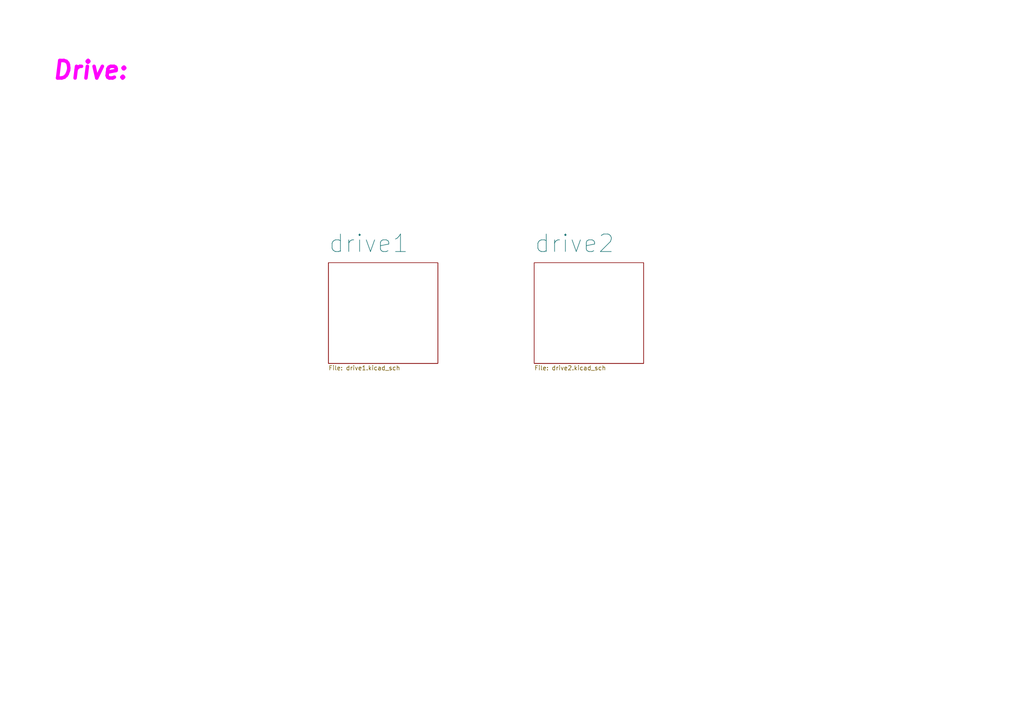
<source format=kicad_sch>
(kicad_sch
	(version 20231120)
	(generator "eeschema")
	(generator_version "8.0")
	(uuid "dc988b8c-4082-4675-a353-8ae80f698e12")
	(paper "A4")
	(title_block
		(title "Drive")
		(date "2025-01-24")
		(rev "Dennis_Re_Yoonjiho")
	)
	(lib_symbols)
	(text "Drive:"
		(exclude_from_sim yes)
		(at 26.162 20.574 0)
		(effects
			(font
				(size 5.08 5.08)
				(thickness 1.016)
				(bold yes)
				(italic yes)
				(color 255 2 253 1)
			)
		)
		(uuid "e1e27560-f212-4237-a49c-5567e06a66e4")
	)
	(sheet
		(at 95.25 76.2)
		(size 31.75 29.21)
		(fields_autoplaced yes)
		(stroke
			(width 0.1524)
			(type solid)
		)
		(fill
			(color 0 0 0 0.0000)
		)
		(uuid "44d3c080-beb8-4b18-8294-e661b38662fb")
		(property "Sheetname" "drive1"
			(at 95.25 73.5834 0)
			(effects
				(font
					(size 5.08 5.08)
				)
				(justify left bottom)
			)
		)
		(property "Sheetfile" "drive1.kicad_sch"
			(at 95.25 105.9946 0)
			(effects
				(font
					(size 1.27 1.27)
				)
				(justify left top)
			)
		)
		(instances
			(project "Ts_Foc_Vo1_0"
				(path "/0cbcabec-8024-48c7-ab91-86e279a5637e/fab28823-ecd3-450b-84d7-789286e0ef2b"
					(page "3")
				)
			)
		)
	)
	(sheet
		(at 154.94 76.2)
		(size 31.75 29.21)
		(fields_autoplaced yes)
		(stroke
			(width 0.1524)
			(type solid)
		)
		(fill
			(color 0 0 0 0.0000)
		)
		(uuid "723a1852-0549-42f1-9146-1ad97918f305")
		(property "Sheetname" "drive2"
			(at 154.94 73.5834 0)
			(effects
				(font
					(size 5.08 5.08)
				)
				(justify left bottom)
			)
		)
		(property "Sheetfile" "drive2.kicad_sch"
			(at 154.94 105.9946 0)
			(effects
				(font
					(size 1.27 1.27)
				)
				(justify left top)
			)
		)
		(instances
			(project "Ts_Foc_Vo1_0"
				(path "/0cbcabec-8024-48c7-ab91-86e279a5637e/fab28823-ecd3-450b-84d7-789286e0ef2b"
					(page "3")
				)
			)
		)
	)
)

</source>
